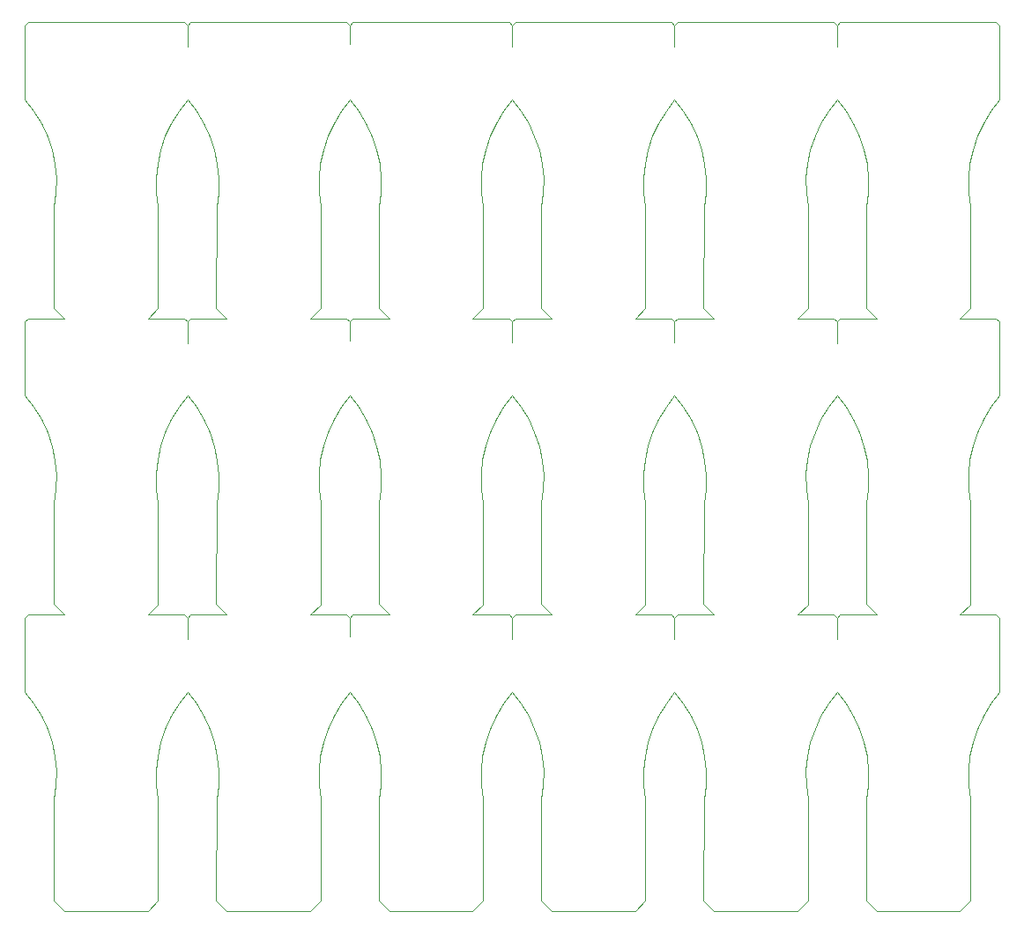
<source format=gbr>
%TF.GenerationSoftware,KiCad,Pcbnew,5.1.6-c6e7f7d~86~ubuntu18.04.1*%
%TF.CreationDate,2020-06-11T11:06:45+02:00*%
%TF.ProjectId,AVR_ISP_With_POGO_Pin_panelized_corrected,4156525f-4953-4505-9f57-6974685f504f,rev?*%
%TF.SameCoordinates,Original*%
%TF.FileFunction,Profile,NP*%
%FSLAX46Y46*%
G04 Gerber Fmt 4.6, Leading zero omitted, Abs format (unit mm)*
G04 Created by KiCad (PCBNEW 5.1.6-c6e7f7d~86~ubuntu18.04.1) date 2020-06-11 11:06:45*
%MOMM*%
%LPD*%
G01*
G04 APERTURE LIST*
%TA.AperFunction,Profile*%
%ADD10C,0.100000*%
%TD*%
G04 APERTURE END LIST*
D10*
X65601000Y-78789900D02*
X65601800Y-80846800D01*
X65300500Y-78499200D02*
X65601000Y-78789900D01*
X61802400Y-78499000D02*
X65300500Y-78499200D01*
X62801000Y-77500100D02*
X61802400Y-78499000D01*
X62801000Y-67700000D02*
X62801000Y-77500100D01*
X62632800Y-66331600D02*
X62801000Y-67700000D01*
X62617000Y-64953100D02*
X62632800Y-66331600D01*
X62753800Y-63581400D02*
X62617000Y-64953100D01*
X63041500Y-62233100D02*
X62753800Y-63581400D01*
X63476400Y-60925000D02*
X63041500Y-62233100D01*
X64053500Y-59673000D02*
X63476400Y-60925000D01*
X64765400Y-58492600D02*
X64053500Y-59673000D01*
X65601800Y-57400300D02*
X64765400Y-58492600D01*
X66446300Y-58498900D02*
X65601800Y-57400300D01*
X67162800Y-59684300D02*
X66446300Y-58498900D01*
X67742800Y-60942300D02*
X67162800Y-59684300D01*
X68178900Y-62257000D02*
X67742800Y-60942300D01*
X68465800Y-63612200D02*
X68178900Y-62257000D01*
X68599800Y-64990900D02*
X68465800Y-63612200D01*
X68579300Y-66376000D02*
X68599800Y-64990900D01*
X68404500Y-67750300D02*
X68579300Y-66376000D01*
X68381800Y-77480100D02*
X68404500Y-67750300D01*
X69400400Y-78499000D02*
X68381800Y-77480100D01*
X65902200Y-78499200D02*
X69400400Y-78499000D01*
X65601800Y-78799900D02*
X65902200Y-78499200D01*
X65601800Y-80846800D02*
X65601800Y-78799900D01*
X81203800Y-78789900D02*
X81204500Y-80606800D01*
X80903300Y-78499100D02*
X81203800Y-78789900D01*
X77405200Y-78499000D02*
X80903300Y-78499100D01*
X78403800Y-77500100D02*
X77405200Y-78499000D01*
X78403800Y-67700000D02*
X78403800Y-77500100D01*
X78235600Y-66331600D02*
X78403800Y-67700000D01*
X78219800Y-64953100D02*
X78235600Y-66331600D01*
X78356600Y-63581400D02*
X78219800Y-64953100D01*
X78644200Y-62233100D02*
X78356600Y-63581400D01*
X79079200Y-60925000D02*
X78644200Y-62233100D01*
X79656200Y-59673000D02*
X79079200Y-60925000D01*
X80368200Y-58492600D02*
X79656200Y-59673000D01*
X81204600Y-57400300D02*
X80368200Y-58492600D01*
X82049000Y-58498900D02*
X81204600Y-57400300D01*
X82765600Y-59684300D02*
X82049000Y-58498900D01*
X83345600Y-60942300D02*
X82765600Y-59684300D01*
X83781700Y-62257000D02*
X83345600Y-60942300D01*
X84068600Y-63612200D02*
X83781700Y-62257000D01*
X84202600Y-64990900D02*
X84068600Y-63612200D01*
X84182100Y-66376000D02*
X84202600Y-64990900D01*
X84007300Y-67750300D02*
X84182100Y-66376000D01*
X83984500Y-77480100D02*
X84007300Y-67750300D01*
X85003100Y-78499000D02*
X83984500Y-77480100D01*
X81505000Y-78499100D02*
X85003100Y-78499000D01*
X81204500Y-78799900D02*
X81505000Y-78499100D01*
X81204500Y-80606800D02*
X81204500Y-78799900D01*
X96806500Y-78789900D02*
X96807300Y-80811700D01*
X96506000Y-78499200D02*
X96806500Y-78789900D01*
X93007900Y-78499000D02*
X96506000Y-78499200D01*
X94006500Y-77500100D02*
X93007900Y-78499000D01*
X94006500Y-67700000D02*
X94006500Y-77500100D01*
X93838400Y-66331600D02*
X94006500Y-67700000D01*
X93822600Y-64953100D02*
X93838400Y-66331600D01*
X93959400Y-63581400D02*
X93822600Y-64953100D01*
X94247000Y-62233100D02*
X93959400Y-63581400D01*
X94682000Y-60925000D02*
X94247000Y-62233100D01*
X95259000Y-59673000D02*
X94682000Y-60925000D01*
X95970900Y-58492600D02*
X95259000Y-59673000D01*
X96807300Y-57400300D02*
X95970900Y-58492600D01*
X97651800Y-58498900D02*
X96807300Y-57400300D01*
X98368400Y-59684300D02*
X97651800Y-58498900D01*
X98948300Y-60942300D02*
X98368400Y-59684300D01*
X99384500Y-62257000D02*
X98948300Y-60942300D01*
X99671300Y-63612200D02*
X99384500Y-62257000D01*
X99805300Y-64990900D02*
X99671300Y-63612200D01*
X99784800Y-66376000D02*
X99805300Y-64990900D01*
X99610000Y-67750300D02*
X99784800Y-66376000D01*
X99587300Y-77480100D02*
X99610000Y-67750300D01*
X100605900Y-78499000D02*
X99587300Y-77480100D01*
X97107700Y-78499200D02*
X100605900Y-78499000D01*
X96807300Y-78799900D02*
X97107700Y-78499200D01*
X96807300Y-80811700D02*
X96807300Y-78799900D01*
X112409300Y-78789900D02*
X112410100Y-80830600D01*
X112108800Y-78499200D02*
X112409300Y-78789900D01*
X108610700Y-78499000D02*
X112108800Y-78499200D01*
X109609300Y-77500100D02*
X108610700Y-78499000D01*
X109609300Y-67700000D02*
X109609300Y-77500100D01*
X109441200Y-66331600D02*
X109609300Y-67700000D01*
X109425400Y-64953100D02*
X109441200Y-66331600D01*
X109562100Y-63581400D02*
X109425400Y-64953100D01*
X109849800Y-62233100D02*
X109562100Y-63581400D01*
X110284800Y-60925000D02*
X109849800Y-62233100D01*
X110861800Y-59673000D02*
X110284800Y-60925000D01*
X111573700Y-58492600D02*
X110861800Y-59673000D01*
X112410100Y-57400300D02*
X111573700Y-58492600D01*
X113254600Y-58498900D02*
X112410100Y-57400300D01*
X113971200Y-59684300D02*
X113254600Y-58498900D01*
X114551100Y-60942300D02*
X113971200Y-59684300D01*
X114987300Y-62257000D02*
X114551100Y-60942300D01*
X115274100Y-63612200D02*
X114987300Y-62257000D01*
X115408100Y-64990900D02*
X115274100Y-63612200D01*
X115387600Y-66376000D02*
X115408100Y-64990900D01*
X115212800Y-67750300D02*
X115387600Y-66376000D01*
X115190100Y-77480100D02*
X115212800Y-67750300D01*
X116208700Y-78499000D02*
X115190100Y-77480100D01*
X112710500Y-78499200D02*
X116208700Y-78499000D01*
X112410100Y-78799900D02*
X112710500Y-78499200D01*
X112410100Y-80830600D02*
X112410100Y-78799900D01*
X128012100Y-78789900D02*
X128012900Y-80849800D01*
X127711600Y-78499200D02*
X128012100Y-78789900D01*
X124213500Y-78499000D02*
X127711600Y-78499200D01*
X125212100Y-77500100D02*
X124213500Y-78499000D01*
X125212100Y-67700000D02*
X125212100Y-77500100D01*
X125043900Y-66331600D02*
X125212100Y-67700000D01*
X125028100Y-64953100D02*
X125043900Y-66331600D01*
X125164900Y-63581400D02*
X125028100Y-64953100D01*
X125452500Y-62233100D02*
X125164900Y-63581400D01*
X125887500Y-60925000D02*
X125452500Y-62233100D01*
X126464500Y-59673000D02*
X125887500Y-60925000D01*
X127176500Y-58492600D02*
X126464500Y-59673000D01*
X128012900Y-57400300D02*
X127176500Y-58492600D01*
X128857400Y-58498900D02*
X128012900Y-57400300D01*
X129573900Y-59684300D02*
X128857400Y-58498900D01*
X130153900Y-60942300D02*
X129573900Y-59684300D01*
X130590000Y-62257000D02*
X130153900Y-60942300D01*
X130876900Y-63612200D02*
X130590000Y-62257000D01*
X131010900Y-64990900D02*
X130876900Y-63612200D01*
X130990400Y-66376000D02*
X131010900Y-64990900D01*
X130815600Y-67750300D02*
X130990400Y-66376000D01*
X130792900Y-77480100D02*
X130815600Y-67750300D01*
X131811500Y-78499000D02*
X130792900Y-77480100D01*
X128313300Y-78499200D02*
X131811500Y-78499000D01*
X128012900Y-78799900D02*
X128313300Y-78499200D01*
X128012900Y-80849800D02*
X128012900Y-78799900D01*
X65601000Y-107289900D02*
X65601800Y-109346900D01*
X65300500Y-106999200D02*
X65601000Y-107289900D01*
X61802400Y-106999000D02*
X65300500Y-106999200D01*
X62801000Y-106000100D02*
X61802400Y-106999000D01*
X62801000Y-96200000D02*
X62801000Y-106000100D01*
X62632800Y-94831600D02*
X62801000Y-96200000D01*
X62617000Y-93453100D02*
X62632800Y-94831600D01*
X62753800Y-92081400D02*
X62617000Y-93453100D01*
X63041500Y-90733200D02*
X62753800Y-92081400D01*
X63476400Y-89425000D02*
X63041500Y-90733200D01*
X64053500Y-88173100D02*
X63476400Y-89425000D01*
X64765400Y-86992600D02*
X64053500Y-88173100D01*
X65601800Y-85900300D02*
X64765400Y-86992600D01*
X66446300Y-86998900D02*
X65601800Y-85900300D01*
X67162800Y-88184300D02*
X66446300Y-86998900D01*
X67742800Y-89442300D02*
X67162800Y-88184300D01*
X68178900Y-90757000D02*
X67742800Y-89442300D01*
X68465800Y-92112200D02*
X68178900Y-90757000D01*
X68599800Y-93490900D02*
X68465800Y-92112200D01*
X68579300Y-94876000D02*
X68599800Y-93490900D01*
X68404500Y-96250300D02*
X68579300Y-94876000D01*
X68381800Y-105980100D02*
X68404500Y-96250300D01*
X69400400Y-106999000D02*
X68381800Y-105980100D01*
X65902200Y-106999200D02*
X69400400Y-106999000D01*
X65601800Y-107299900D02*
X65902200Y-106999200D01*
X65601800Y-109346900D02*
X65601800Y-107299900D01*
X81203800Y-107289900D02*
X81204500Y-109106800D01*
X80903300Y-106999100D02*
X81203800Y-107289900D01*
X77405200Y-106999000D02*
X80903300Y-106999100D01*
X78403800Y-106000100D02*
X77405200Y-106999000D01*
X78403800Y-96200000D02*
X78403800Y-106000100D01*
X78235600Y-94831600D02*
X78403800Y-96200000D01*
X78219800Y-93453100D02*
X78235600Y-94831600D01*
X78356600Y-92081400D02*
X78219800Y-93453100D01*
X78644200Y-90733200D02*
X78356600Y-92081400D01*
X79079200Y-89425000D02*
X78644200Y-90733200D01*
X79656200Y-88173100D02*
X79079200Y-89425000D01*
X80368200Y-86992600D02*
X79656200Y-88173100D01*
X81204600Y-85900300D02*
X80368200Y-86992600D01*
X82049000Y-86998900D02*
X81204600Y-85900300D01*
X82765600Y-88184300D02*
X82049000Y-86998900D01*
X83345600Y-89442300D02*
X82765600Y-88184300D01*
X83781700Y-90757000D02*
X83345600Y-89442300D01*
X84068600Y-92112200D02*
X83781700Y-90757000D01*
X84202600Y-93490900D02*
X84068600Y-92112200D01*
X84182100Y-94876000D02*
X84202600Y-93490900D01*
X84007300Y-96250300D02*
X84182100Y-94876000D01*
X83984500Y-105980100D02*
X84007300Y-96250300D01*
X85003100Y-106999000D02*
X83984500Y-105980100D01*
X81505000Y-106999100D02*
X85003100Y-106999000D01*
X81204500Y-107299900D02*
X81505000Y-106999100D01*
X81204500Y-109106800D02*
X81204500Y-107299900D01*
X96806500Y-107289900D02*
X96807300Y-109311700D01*
X96506000Y-106999200D02*
X96806500Y-107289900D01*
X93007900Y-106999000D02*
X96506000Y-106999200D01*
X94006500Y-106000100D02*
X93007900Y-106999000D01*
X94006500Y-96200000D02*
X94006500Y-106000100D01*
X93838400Y-94831600D02*
X94006500Y-96200000D01*
X93822600Y-93453100D02*
X93838400Y-94831600D01*
X93959400Y-92081400D02*
X93822600Y-93453100D01*
X94247000Y-90733200D02*
X93959400Y-92081400D01*
X94682000Y-89425000D02*
X94247000Y-90733200D01*
X95259000Y-88173100D02*
X94682000Y-89425000D01*
X95970900Y-86992600D02*
X95259000Y-88173100D01*
X96807400Y-85900300D02*
X95970900Y-86992600D01*
X97651800Y-86998900D02*
X96807400Y-85900300D01*
X98368400Y-88184300D02*
X97651800Y-86998900D01*
X98948300Y-89442300D02*
X98368400Y-88184300D01*
X99384500Y-90757000D02*
X98948300Y-89442300D01*
X99671300Y-92112200D02*
X99384500Y-90757000D01*
X99805300Y-93490900D02*
X99671300Y-92112200D01*
X99784800Y-94876000D02*
X99805300Y-93490900D01*
X99610000Y-96250300D02*
X99784800Y-94876000D01*
X99587300Y-105980100D02*
X99610000Y-96250300D01*
X100605900Y-106999000D02*
X99587300Y-105980100D01*
X97107700Y-106999200D02*
X100605900Y-106999000D01*
X96807300Y-107299900D02*
X97107700Y-106999200D01*
X96807300Y-109311700D02*
X96807300Y-107299900D01*
X112409300Y-107289900D02*
X112410100Y-109330600D01*
X112108800Y-106999200D02*
X112409300Y-107289900D01*
X108610700Y-106999000D02*
X112108800Y-106999200D01*
X109609300Y-106000100D02*
X108610700Y-106999000D01*
X109609300Y-96200000D02*
X109609300Y-106000100D01*
X109441200Y-94831600D02*
X109609300Y-96200000D01*
X109425400Y-93453100D02*
X109441200Y-94831600D01*
X109562100Y-92081400D02*
X109425400Y-93453100D01*
X109849800Y-90733200D02*
X109562100Y-92081400D01*
X110284800Y-89425000D02*
X109849800Y-90733200D01*
X110861800Y-88173100D02*
X110284800Y-89425000D01*
X111573700Y-86992600D02*
X110861800Y-88173100D01*
X112410100Y-85900300D02*
X111573700Y-86992600D01*
X113254600Y-86998900D02*
X112410100Y-85900300D01*
X113971200Y-88184300D02*
X113254600Y-86998900D01*
X114551100Y-89442300D02*
X113971200Y-88184300D01*
X114987300Y-90757000D02*
X114551100Y-89442300D01*
X115274100Y-92112200D02*
X114987300Y-90757000D01*
X115408100Y-93490900D02*
X115274100Y-92112200D01*
X115387600Y-94876000D02*
X115408100Y-93490900D01*
X115212800Y-96250300D02*
X115387600Y-94876000D01*
X115190100Y-105980100D02*
X115212800Y-96250300D01*
X116208700Y-106999000D02*
X115190100Y-105980100D01*
X112710500Y-106999200D02*
X116208700Y-106999000D01*
X112410100Y-107299900D02*
X112710500Y-106999200D01*
X112410100Y-109330600D02*
X112410100Y-107299900D01*
X128012100Y-107289900D02*
X128012900Y-109349800D01*
X127711600Y-106999200D02*
X128012100Y-107289900D01*
X124213500Y-106999000D02*
X127711600Y-106999200D01*
X125212100Y-106000100D02*
X124213500Y-106999000D01*
X125212100Y-96200000D02*
X125212100Y-106000100D01*
X125043900Y-94831600D02*
X125212100Y-96200000D01*
X125028100Y-93453100D02*
X125043900Y-94831600D01*
X125164900Y-92081400D02*
X125028100Y-93453100D01*
X125452500Y-90733200D02*
X125164900Y-92081400D01*
X125887500Y-89425000D02*
X125452500Y-90733200D01*
X126464500Y-88173100D02*
X125887500Y-89425000D01*
X127176500Y-86992600D02*
X126464500Y-88173100D01*
X128012900Y-85900300D02*
X127176500Y-86992600D01*
X128857400Y-86998900D02*
X128012900Y-85900300D01*
X129573900Y-88184300D02*
X128857400Y-86998900D01*
X130153900Y-89442300D02*
X129573900Y-88184300D01*
X130590000Y-90757000D02*
X130153900Y-89442300D01*
X130876900Y-92112200D02*
X130590000Y-90757000D01*
X131010900Y-93490900D02*
X130876900Y-92112200D01*
X130990400Y-94876000D02*
X131010900Y-93490900D01*
X130815600Y-96250300D02*
X130990400Y-94876000D01*
X130792900Y-105980100D02*
X130815600Y-96250300D01*
X131811500Y-106999000D02*
X130792900Y-105980100D01*
X128313300Y-106999200D02*
X131811500Y-106999000D01*
X128012900Y-107299900D02*
X128313300Y-106999200D01*
X128012900Y-109349800D02*
X128012900Y-107299900D01*
X140814900Y-106000100D02*
X139816300Y-106999000D01*
X140814900Y-96200000D02*
X140814900Y-106000100D01*
X140646700Y-94831600D02*
X140814900Y-96200000D01*
X140630900Y-93453100D02*
X140646700Y-94831600D01*
X140767700Y-92081400D02*
X140630900Y-93453100D01*
X141055300Y-90733200D02*
X140767700Y-92081400D01*
X141490300Y-89425000D02*
X141055300Y-90733200D01*
X142067300Y-88173100D02*
X141490300Y-89425000D01*
X142779300Y-86992600D02*
X142067300Y-88173100D01*
X143617600Y-85897500D02*
X142779300Y-86992600D01*
X143614800Y-78789500D02*
X143617600Y-85897500D01*
X143314000Y-78499000D02*
X143614800Y-78789500D01*
X139816300Y-78499000D02*
X143314000Y-78499000D01*
X140814900Y-77500100D02*
X139816300Y-78499000D01*
X140814900Y-67700000D02*
X140814900Y-77500100D01*
X140646700Y-66331600D02*
X140814900Y-67700000D01*
X140630900Y-64953100D02*
X140646700Y-66331600D01*
X140767700Y-63581400D02*
X140630900Y-64953100D01*
X141055300Y-62233100D02*
X140767700Y-63581400D01*
X141490300Y-60925000D02*
X141055300Y-62233100D01*
X142067300Y-59673000D02*
X141490300Y-60925000D01*
X142779300Y-58492600D02*
X142067300Y-59673000D01*
X143617600Y-57397500D02*
X142779300Y-58492600D01*
X143614900Y-50290000D02*
X143617600Y-57397500D01*
X143314400Y-49999200D02*
X143614900Y-50290000D01*
X128313700Y-49999000D02*
X143314400Y-49999200D01*
X128012900Y-50299900D02*
X128313700Y-49999000D01*
X128012900Y-52349800D02*
X128012900Y-50299900D01*
X128012100Y-50289900D02*
X128012900Y-52349800D01*
X127711100Y-49999000D02*
X128012100Y-50289900D01*
X112710900Y-49999000D02*
X127711100Y-49999000D01*
X112410100Y-50299900D02*
X112710900Y-49999000D01*
X112410100Y-52330600D02*
X112410100Y-50299900D01*
X112409300Y-50289900D02*
X112410100Y-52330600D01*
X112108300Y-49999000D02*
X112409300Y-50289900D01*
X97108100Y-49999000D02*
X112108300Y-49999000D01*
X96807300Y-50299900D02*
X97108100Y-49999000D01*
X96807300Y-52311700D02*
X96807300Y-50299900D01*
X96806500Y-50289900D02*
X96807300Y-52311700D01*
X96505500Y-49999000D02*
X96806500Y-50289900D01*
X81505400Y-49999000D02*
X96505500Y-49999000D01*
X81204500Y-50299900D02*
X81505400Y-49999000D01*
X81204500Y-52106800D02*
X81204500Y-50299900D01*
X81203800Y-50289900D02*
X81204500Y-52106800D01*
X80902900Y-49999000D02*
X81203800Y-50289900D01*
X65902700Y-49999000D02*
X80902900Y-49999000D01*
X65601800Y-50299900D02*
X65902700Y-49999000D01*
X65601800Y-52346800D02*
X65601800Y-50299900D01*
X65601000Y-50289900D02*
X65601800Y-52346800D01*
X65300100Y-49999000D02*
X65601000Y-50289900D01*
X50300000Y-49999000D02*
X65300100Y-49999000D01*
X49999200Y-50299400D02*
X50300000Y-49999000D01*
X49999000Y-57400200D02*
X49999200Y-50299400D01*
X50843500Y-58498900D02*
X49999000Y-57400200D01*
X51560100Y-59684300D02*
X50843500Y-58498900D01*
X52140000Y-60942300D02*
X51560100Y-59684300D01*
X52576200Y-62257000D02*
X52140000Y-60942300D01*
X52863000Y-63612200D02*
X52576200Y-62257000D01*
X52997000Y-64990900D02*
X52863000Y-63612200D01*
X52976500Y-66376000D02*
X52997000Y-64990900D01*
X52801700Y-67750300D02*
X52976500Y-66376000D01*
X52779000Y-77480100D02*
X52801700Y-67750300D01*
X53797600Y-78499000D02*
X52779000Y-77480100D01*
X50299900Y-78499000D02*
X53797600Y-78499000D01*
X49999100Y-78799500D02*
X50299900Y-78499000D01*
X49999000Y-85900100D02*
X49999100Y-78799500D01*
X50843500Y-86998900D02*
X49999000Y-85900100D01*
X51560100Y-88184300D02*
X50843500Y-86998900D01*
X52140000Y-89442300D02*
X51560100Y-88184300D01*
X52576200Y-90757000D02*
X52140000Y-89442300D01*
X52863000Y-92112200D02*
X52576200Y-90757000D01*
X52997000Y-93490900D02*
X52863000Y-92112200D01*
X52976500Y-94876000D02*
X52997000Y-93490900D01*
X52801700Y-96250300D02*
X52976500Y-94876000D01*
X52779000Y-105980100D02*
X52801700Y-96250300D01*
X53797600Y-106999000D02*
X52779000Y-105980100D01*
X50299900Y-106999000D02*
X53797600Y-106999000D01*
X49999100Y-107299500D02*
X50299900Y-106999000D01*
X49999000Y-114400000D02*
X49999100Y-107299500D01*
X50843500Y-115498900D02*
X49999000Y-114400000D01*
X51560100Y-116684300D02*
X50843500Y-115498900D01*
X52140000Y-117942300D02*
X51560100Y-116684300D01*
X52576200Y-119257100D02*
X52140000Y-117942300D01*
X52863000Y-120612200D02*
X52576200Y-119257100D01*
X52997000Y-121990900D02*
X52863000Y-120612200D01*
X52976500Y-123376000D02*
X52997000Y-121990900D01*
X52801700Y-124750300D02*
X52976500Y-123376000D01*
X52779000Y-134480100D02*
X52801700Y-124750300D01*
X53799400Y-135500800D02*
X52779000Y-134480100D01*
X61800100Y-135501000D02*
X53799400Y-135500800D01*
X62800900Y-134500500D02*
X61800100Y-135501000D01*
X62801000Y-124700000D02*
X62800900Y-134500500D01*
X62632800Y-123331600D02*
X62801000Y-124700000D01*
X62617000Y-121953100D02*
X62632800Y-123331600D01*
X62753800Y-120581400D02*
X62617000Y-121953100D01*
X63041500Y-119233200D02*
X62753800Y-120581400D01*
X63476400Y-117925000D02*
X63041500Y-119233200D01*
X64053500Y-116673100D02*
X63476400Y-117925000D01*
X64765400Y-115492600D02*
X64053500Y-116673100D01*
X65601800Y-114400300D02*
X64765400Y-115492600D01*
X66446300Y-115498900D02*
X65601800Y-114400300D01*
X67162800Y-116684300D02*
X66446300Y-115498900D01*
X67742800Y-117942300D02*
X67162800Y-116684300D01*
X68178900Y-119257100D02*
X67742800Y-117942300D01*
X68465800Y-120612200D02*
X68178900Y-119257100D01*
X68599800Y-121990900D02*
X68465800Y-120612200D01*
X68579300Y-123376000D02*
X68599800Y-121990900D01*
X68404500Y-124750300D02*
X68579300Y-123376000D01*
X68381800Y-134480100D02*
X68404500Y-124750300D01*
X69402200Y-135500800D02*
X68381800Y-134480100D01*
X77402900Y-135501000D02*
X69402200Y-135500800D01*
X78403700Y-134500500D02*
X77402900Y-135501000D01*
X78403800Y-124700000D02*
X78403700Y-134500500D01*
X78235600Y-123331600D02*
X78403800Y-124700000D01*
X78219800Y-121953100D02*
X78235600Y-123331600D01*
X78356600Y-120581400D02*
X78219800Y-121953100D01*
X78644200Y-119233200D02*
X78356600Y-120581400D01*
X79079200Y-117925000D02*
X78644200Y-119233200D01*
X79656200Y-116673100D02*
X79079200Y-117925000D01*
X80368200Y-115492600D02*
X79656200Y-116673100D01*
X81204600Y-114400300D02*
X80368200Y-115492600D01*
X82049000Y-115498900D02*
X81204600Y-114400300D01*
X82765600Y-116684300D02*
X82049000Y-115498900D01*
X83345600Y-117942300D02*
X82765600Y-116684300D01*
X83781700Y-119257100D02*
X83345600Y-117942300D01*
X84068600Y-120612200D02*
X83781700Y-119257100D01*
X84202600Y-121990900D02*
X84068600Y-120612200D01*
X84182100Y-123376000D02*
X84202600Y-121990900D01*
X84007300Y-124750300D02*
X84182100Y-123376000D01*
X83984600Y-134480500D02*
X84007300Y-124750300D01*
X85005400Y-135501000D02*
X83984600Y-134480500D01*
X93006000Y-135500900D02*
X85005400Y-135501000D01*
X94006500Y-134500100D02*
X93006000Y-135500900D01*
X94006500Y-124700000D02*
X94006500Y-134500100D01*
X93838400Y-123331600D02*
X94006500Y-124700000D01*
X93822600Y-121953100D02*
X93838400Y-123331600D01*
X93959400Y-120581400D02*
X93822600Y-121953100D01*
X94247000Y-119233200D02*
X93959400Y-120581400D01*
X94682000Y-117925000D02*
X94247000Y-119233200D01*
X95259000Y-116673100D02*
X94682000Y-117925000D01*
X95970900Y-115492600D02*
X95259000Y-116673100D01*
X96807400Y-114400300D02*
X95970900Y-115492600D01*
X97651800Y-115498900D02*
X96807400Y-114400300D01*
X98368400Y-116684300D02*
X97651800Y-115498900D01*
X98948300Y-117942300D02*
X98368400Y-116684300D01*
X99384500Y-119257100D02*
X98948300Y-117942300D01*
X99671300Y-120612200D02*
X99384500Y-119257100D01*
X99805300Y-121990900D02*
X99671300Y-120612200D01*
X99784800Y-123376000D02*
X99805300Y-121990900D01*
X99610000Y-124750300D02*
X99784800Y-123376000D01*
X99587400Y-134480500D02*
X99610000Y-124750300D01*
X100608200Y-135501000D02*
X99587400Y-134480500D01*
X108608700Y-135500900D02*
X100608200Y-135501000D01*
X109609300Y-134500100D02*
X108608700Y-135500900D01*
X109609300Y-124700000D02*
X109609300Y-134500100D01*
X109441200Y-123331600D02*
X109609300Y-124700000D01*
X109425400Y-121953100D02*
X109441200Y-123331600D01*
X109562100Y-120581400D02*
X109425400Y-121953100D01*
X109849800Y-119233200D02*
X109562100Y-120581400D01*
X110284800Y-117925000D02*
X109849800Y-119233200D01*
X110861800Y-116673100D02*
X110284800Y-117925000D01*
X111573700Y-115492600D02*
X110861800Y-116673100D01*
X112410100Y-114400300D02*
X111573700Y-115492600D01*
X113254600Y-115498900D02*
X112410100Y-114400300D01*
X113971200Y-116684300D02*
X113254600Y-115498900D01*
X114551100Y-117942300D02*
X113971200Y-116684300D01*
X114987300Y-119257100D02*
X114551100Y-117942300D01*
X115274100Y-120612200D02*
X114987300Y-119257100D01*
X115408100Y-121990900D02*
X115274100Y-120612200D01*
X115387600Y-123376000D02*
X115408100Y-121990900D01*
X115212800Y-124750300D02*
X115387600Y-123376000D01*
X115190200Y-134480500D02*
X115212800Y-124750300D01*
X116211000Y-135501000D02*
X115190200Y-134480500D01*
X124211400Y-135501000D02*
X116211000Y-135501000D01*
X125212100Y-134500100D02*
X124211400Y-135501000D01*
X125212100Y-124700000D02*
X125212100Y-134500100D01*
X125043900Y-123331600D02*
X125212100Y-124700000D01*
X125028100Y-121953100D02*
X125043900Y-123331600D01*
X125164900Y-120581400D02*
X125028100Y-121953100D01*
X125452500Y-119233200D02*
X125164900Y-120581400D01*
X125887500Y-117925000D02*
X125452500Y-119233200D01*
X126464500Y-116673100D02*
X125887500Y-117925000D01*
X127176500Y-115492600D02*
X126464500Y-116673100D01*
X128012900Y-114400300D02*
X127176500Y-115492600D01*
X128857400Y-115498900D02*
X128012900Y-114400300D01*
X129573900Y-116684300D02*
X128857400Y-115498900D01*
X130153900Y-117942300D02*
X129573900Y-116684300D01*
X130590000Y-119257100D02*
X130153900Y-117942300D01*
X130876900Y-120612200D02*
X130590000Y-119257100D01*
X131010900Y-121990900D02*
X130876900Y-120612200D01*
X130990400Y-123376000D02*
X131010900Y-121990900D01*
X130815600Y-124750300D02*
X130990400Y-123376000D01*
X130793000Y-134480500D02*
X130815600Y-124750300D01*
X131813800Y-135501000D02*
X130793000Y-134480500D01*
X139814200Y-135501000D02*
X131813800Y-135501000D01*
X140814900Y-134500100D02*
X139814200Y-135501000D01*
X140814900Y-124700000D02*
X140814900Y-134500100D01*
X140646700Y-123331600D02*
X140814900Y-124700000D01*
X140630900Y-121953100D02*
X140646700Y-123331600D01*
X140767700Y-120581400D02*
X140630900Y-121953100D01*
X141055300Y-119233200D02*
X140767700Y-120581400D01*
X141490300Y-117925000D02*
X141055300Y-119233200D01*
X142067300Y-116673100D02*
X141490300Y-117925000D01*
X142779300Y-115492600D02*
X142067300Y-116673100D01*
X143617600Y-114397400D02*
X142779300Y-115492600D01*
X143614800Y-107289500D02*
X143617600Y-114397400D01*
X143314000Y-106999000D02*
X143614800Y-107289500D01*
X139816300Y-106999000D02*
X143314000Y-106999000D01*
M02*

</source>
